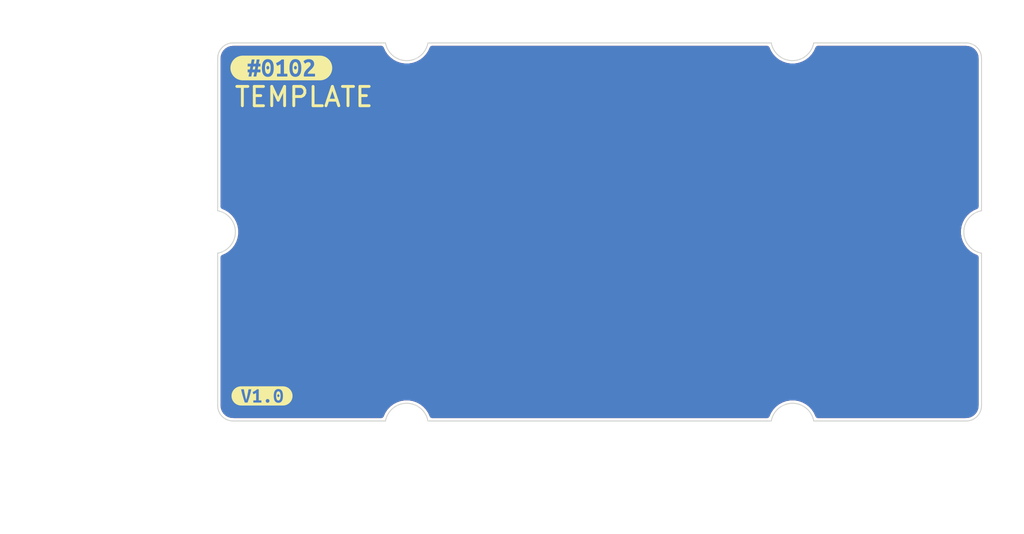
<source format=kicad_pcb>
(kicad_pcb (version 20211014) (generator pcbnew)
  (title_block (title "#0102"))
  (layers (0 "F.Cu" signal) (31 "B.Cu" signal) (34 "B.Paste" user) (35 "F.Paste" user) (36 "B.SilkS" user "B.Silkscreen") (37 "F.SilkS" user "F.Silkscreen") (38 "B.Mask" user) (39 "F.Mask" user) (44 "Edge.Cuts" user))
  (net 0 "")
  (footprint "kibuzzard-63351CB9" (layer "F.Cu") (at 102.5 118.5)
    (fp_text reference "kibuzzard-63351CB9" hide)
    (fp_text value "G***" hide)
    (fp_poly (pts (xy 0.961231 -0.001111) (xy 0.957959 -0.073404) (xy 0.948143 -0.133227) (xy 0.931783 -0.180578) (xy 0.895529 -0.226834) (xy 0.845661 -0.242252) (xy 0.796488 -0.226834) (xy 0.760095 -0.180578) (xy 0.743426 -0.133227) (xy 0.733425 -0.073404) (xy 0.730091 -0.001111) (xy 0.733425 0.071799) (xy 0.743426 0.131992) (xy 0.760095 0.179467) (xy 0.796488 0.225723) (xy 0.845661 0.241141) (xy 0.846773 0.240798) (xy 0.846773 0.061119) (xy 0.801211 0.039449) (xy 0.784543 -0.012224) (xy 0.801211 -0.064452) (xy 0.846773 -0.086677) (xy 0.890667 -0.064452) (xy 0.907891 -0.012224) (xy 0.890667 0.039449) (xy 0.846773 0.061119) (xy 0.846773 0.240798) (xy 0.895529 0.225723) (xy 0.931783 0.179467) (xy 0.948143 0.131992) (xy 0.957959 0.071799) (xy 0.961231 -0.001111)) (layer "F.SilkS") (width 0) (fill solid))
    (fp_poly (pts (xy -1.08458 -0.49784) (xy -1.084673 -0.49784) (xy -1.133469 -0.495443) (xy -1.181796 -0.488274) (xy -1.229188 -0.476403) (xy -1.275188 -0.459944) (xy -1.319353 -0.439056) (xy -1.361258 -0.413939) (xy -1.400499 -0.384836) (xy -1.436699 -0.352026) (xy -1.469508 -0.315826) (xy -1.498611 -0.276585) (xy -1.523728 -0.23468) (xy -1.544617 -0.190515) (xy -1.561076 -0.144515) (xy -1.572947 -0.097124) (xy -1.580115 -0.048797) (xy -1.582513 0) (xy -1.580115 0.048797) (xy -1.572947 0.097124) (xy -1.561076 0.144515) (xy -1.544617 0.190515) (xy -1.523728 0.23468) (xy -1.498611 0.276585) (xy -1.469508 0.315826) (xy -1.436699 0.352026) (xy -1.400499 0.384836) (xy -1.361258 0.413939) (xy -1.319353 0.439056) (xy -1.275188 0.459944) (xy -1.229188 0.476403) (xy -1.181796 0.488274) (xy -1.133469 0.495443) (xy -1.084673 0.49784) (xy -1.08458 0.49784) (xy -0.892334 0.49784) (xy -0.892334 0.344488) (xy -0.919837 0.262811) (xy -0.949007 0.171133) (xy -0.96864 0.106742) (xy -0.987531 0.042474) (xy -1.005681 -0.021669) (xy -1.022844 -0.084578) (xy -1.038772 -0.145142) (xy -1.053465 -0.203359) (xy -1.071801 -0.281146) (xy -1.08458 -0.343376) (xy -0.940117 -0.343376) (xy -0.931783 -0.28573) (xy -0.920115 -0.219472) (xy -0.906085 -0.147796) (xy -0.890667 -0.073898) (xy -0.873998 0.000556) (xy -0.856218 0.073898) (xy -0.838021 0.142935) (xy -0.820102 0.20447) (xy -0.802322 0.143768) (xy -0.784542 0.075009) (xy -0.767318 0.001667) (xy -0.751205 -0.072787) (xy -0.736203 -0.146824) (xy -0.722312 -0.218916) (xy -0.710089 -0.285591) (xy -0.700087 -0.343376) (xy -0.556736 -0.343376) (xy -0.571599 -0.272812) (xy -0.589518 -0.194469) (xy -0.610354 -0.110153) (xy -0.633968 -0.021669) (xy -0.651192 0.039079) (xy -0.669528 0.100568) (xy -0.688975 0.162798) (xy -0.709224 0.224719) (xy -0.729968 0.285283) (xy -0.751205 0.344488) (xy -0.892334 0.344488) (xy -0.892334 0.49784) (xy -0.033337 0.49784) (xy -0.033337 0.344488) (xy -0.451167 0.344488) (xy -0.451167 0.23114) (xy -0.306705 0.23114) (xy -0.306705 -0.153352) (xy -0.377825 -0.113903) (xy -0.445611 -0.086677) (xy -0.490061 -0.200025) (xy -0.432276 -0.225584) (xy -0.370046 -0.260033) (xy -0.31115 -0.300037) (xy -0.263366 -0.343376) (xy -0.170021 -0.343376) (xy -0.170021 0.23114) (xy -0.033337 0.23114) (xy -0.033337 0.344488) (xy -0.033337 0.49784) (xy 0.291148 0.49784) (xy 0.291148 0.356711) (xy 0.253365 0.350044) (xy 0.221694 0.330597) (xy 0.199469 0.299482) (xy 0.191135 0.256699) (xy 0.199469 0.215027) (xy 0.221694 0.184468) (xy 0.253365 0.165576) (xy 0.291148 0.158909) (xy 0.360045 0.184468) (xy 0.390049 0.256699) (xy 0.360045 0.331153) (xy 0.291148 0.356711) (xy 0.291148 0.49784) (xy 0.845661 0.49784) (xy 0.845661 0.358934) (xy 0.774047 0.349056) (xy 0.714781 0.319423) (xy 0.667861 0.270034) (xy 0.641122 0.21975) (xy 0.622022 0.157798) (xy 0.610562 0.084177) (xy 0.606743 -0.001111) (xy 0.610632 -0.085427) (xy 0.6223 -0.158353) (xy 0.641747 -0.219889) (xy 0.668973 -0.270034) (xy 0.716262 -0.319423) (xy 0.775159 -0.349056) (xy 0.845661 -0.358934) (xy 0.917275 -0.349118) (xy 0.976542 -0.31967) (xy 1.023461 -0.270589) (xy 1.050201 -0.220618) (xy 1.0693 -0.159048) (xy 1.08076 -0.085879) (xy 1.08458 -0.001111) (xy 1.08076 0.084177) (xy 1.0693 0.157798) (xy 1.050201 0.21975) (xy 1.023461 0.270034) (xy 0.976542 0.319423) (xy 0.917275 0.349056) (xy 0.845661 0.358934) (xy 0.845661 0.49784) (xy 1.08458 0.49784) (xy 1.084673 0.49784) (xy 1.133469 0.495443) (xy 1.181796 0.488274) (xy 1.229188 0.476403) (xy 1.275188 0.459944) (xy 1.319353 0.439056) (xy 1.361258 0.413939) (xy 1.400499 0.384836) (xy 1.436699 0.352026) (xy 1.469508 0.315826) (xy 1.498611 0.276585) (xy 1.523728 0.23468) (xy 1.544617 0.190515) (xy 1.561076 0.144515) (xy 1.572947 0.097124) (xy 1.580115 0.048797) (xy 1.582513 0) (xy 1.580115 -0.048797) (xy 1.572947 -0.097124) (xy 1.561076 -0.144515) (xy 1.544617 -0.190515) (xy 1.523728 -0.23468) (xy 1.498611 -0.276585) (xy 1.469508 -0.315826) (xy 1.436699 -0.352026) (xy 1.400499 -0.384836) (xy 1.361258 -0.413939) (xy 1.319353 -0.439056) (xy 1.275188 -0.459944) (xy 1.229188 -0.476403) (xy 1.181796 -0.488274) (xy 1.133469 -0.495443) (xy 1.084673 -0.49784) (xy 1.08458 -0.49784) (xy -1.08458 -0.49784)) (layer "F.SilkS") (width 0) (fill solid))
  )
  (footprint "kibuzzard-631DDA4D" (layer "F.Cu") (at 103.5 101.5)
    (fp_text reference "kibuzzard-631DDA4D" hide)
    (fp_text value "G***" hide)
    (fp_poly (pts (xy -1.999139 -0.64008) (xy -1.999258 -0.64008) (xy -2.061997 -0.636998) (xy -2.124131 -0.627781) (xy -2.185063 -0.612518) (xy -2.244206 -0.591357) (xy -2.300989 -0.5645) (xy -2.354867 -0.532207) (xy -2.40532 -0.494789) (xy -2.451863 -0.452605) (xy -2.494046 -0.406062) (xy -2.531465 -0.355609) (xy -2.563758 -0.301732) (xy -2.590615 -0.244948) (xy -2.611776 -0.185805) (xy -2.627039 -0.124873) (xy -2.636256 -0.062739) (xy -2.639338 0) (xy -2.636256 0.062739) (xy -2.627039 0.124873) (xy -2.611776 0.185805) (xy -2.590615 0.244948) (xy -2.563758 0.301732) (xy -2.531465 0.355609) (xy -2.494046 0.406062) (xy -2.451863 0.452605) (xy -2.40532 0.494789) (xy -2.354867 0.532207) (xy -2.300989 0.5645) (xy -2.244206 0.591357) (xy -2.185063 0.612518) (xy -2.124131 0.627781) (xy -2.061997 0.636998) (xy -1.999258 0.64008) (xy -1.999139 0.64008) (xy -1.297305 0.64008) (xy -1.297305 0.442913) (xy -1.443037 0.442913) (xy -1.401604 0.224314) (xy -1.515904 0.224314) (xy -1.555909 0.442913) (xy -1.701641 0.442913) (xy -1.660207 0.224314) (xy -1.745932 0.224314) (xy -1.745932 0.078581) (xy -1.633061 0.078581) (xy -1.603057 -0.078581) (xy -1.745932 -0.078581) (xy -1.745932 -0.224314) (xy -1.574482 -0.224314) (xy -1.533049 -0.441484) (xy -1.387316 -0.441484) (xy -1.430179 -0.224314) (xy -1.315879 -0.224314) (xy -1.274445 -0.441484) (xy -1.128712 -0.441484) (xy -1.170146 -0.224314) (xy -1.081564 -0.224314) (xy -1.081564 -0.078581) (xy -1.198721 -0.078581) (xy -1.228725 0.078581) (xy -1.081564 0.078581) (xy -1.081564 0.224314) (xy -1.255871 0.224314) (xy -1.297305 0.442913) (xy -1.297305 0.64008) (xy -0.700087 0.64008) (xy -0.700087 0.461486) (xy -0.792162 0.448786) (xy -0.868362 0.410686) (xy -0.928687 0.347186) (xy -0.963067 0.282535) (xy -0.987623 0.202883) (xy -1.002357 0.108228) (xy -1.007269 -0.001429) (xy -1.002268 -0.109835) (xy -0.987266 -0.203597) (xy -0.962263 -0.282714) (xy -0.927259 -0.347186) (xy -0.866457 -0.410686) (xy -0.790734 -0.448786) (xy -0.700087 -0.461486) (xy -0.608012 -0.448866) (xy -0.531812 -0.411004) (xy -0.471487 -0.347901) (xy -0.437108 -0.283652) (xy -0.412552 -0.20449) (xy -0.397818 -0.110416) (xy -0.392906 -0.001429) (xy -0.397818 0.108228) (xy -0.412552 0.202883) (xy -0.437108 0.282535) (xy -0.471487 0.347186) (xy -0.531812 0.410686) (xy -0.608012 0.448786) (xy -0.700087 0.461486) (xy -0.700087 0.64008) (xy 0.312896 0.64008) (xy 0.312896 0.442913) (xy -0.224314 0.442913) (xy -0.224314 0.29718) (xy -0.038576 0.29718) (xy -0.038576 -0.197167) (xy -0.130016 -0.146447) (xy -0.21717 -0.111442) (xy -0.27432 -0.257175) (xy -0.200025 -0.290036) (xy -0.120015 -0.334328) (xy -0.044291 -0.385762) (xy 0.017145 -0.441484) (xy 0.13716 -0.441484) (xy 0.13716 0.29718) (xy 0.312896 0.29718) (xy 0.312896 0.442913) (xy 0.312896 0.64008) (xy 0.728663 0.64008) (xy 0.728663 0.461486) (xy 0.636588 0.448786) (xy 0.560388 0.410686) (xy 0.500063 0.347186) (xy 0.465683 0.282535) (xy 0.441127 0.202883) (xy 0.426393 0.108228) (xy 0.421481 -0.001429) (xy 0.426482 -0.109835) (xy 0.441484 -0.203597) (xy 0.466487 -0.282714) (xy 0.501491 -0.347186) (xy 0.562293 -0.410686) (xy 0.638016 -0.448786) (xy 0.728663 -0.461486) (xy 0.820738 -0.448866) (xy 0.896938 -0.411004) (xy 0.957263 -0.347901) (xy 0.991642 -0.283652) (xy 1.016198 -0.20449) (xy 1.030932 -0.110416) (xy 1.035844 -0.001429) (xy 1.030932 0.108228) (xy 1.016198 0.202883) (xy 0.991642 0.282535) (xy 0.957263 0.347186) (xy 0.896938 0.410686) (xy 0.820738 0.448786) (xy 0.728663 0.461486) (xy 0.728663 0.64008) (xy 1.745933 0.64008) (xy 1.745933 0.442913) (xy 1.168718 0.442913) (xy 1.165146 0.407194) (xy 1.16586 0.37719) (xy 1.172468 0.30861) (xy 1.192292 0.245745) (xy 1.222296 0.188059) (xy 1.259443 0.135017) (xy 1.301591 0.086082) (xy 1.346597 0.040719) (xy 1.391603 -0.001965) (xy 1.433751 -0.042862) (xy 1.500902 -0.120015) (xy 1.527334 -0.195739) (xy 1.494473 -0.279321) (xy 1.411605 -0.30861) (xy 1.324451 -0.288607) (xy 1.23444 -0.221456) (xy 1.147286 -0.344329) (xy 1.208901 -0.396478) (xy 1.279446 -0.432911) (xy 1.354276 -0.454342) (xy 1.42875 -0.461486) (xy 1.533049 -0.44577) (xy 1.621631 -0.398621) (xy 1.683068 -0.319326) (xy 1.705928 -0.208597) (xy 1.688783 -0.120729) (xy 1.643063 -0.038576) (xy 1.578769 0.038576) (xy 1.505903 0.110014) (xy 1.46304 0.150733) (xy 1.41732 0.199311) (xy 1.380887 0.250031) (xy 1.365885 0.29718) (xy 1.745933 0.29718) (xy 1.745933 0.442913) (xy 1.745933 0.64008) (xy 1.999139 0.64008) (xy 1.999258 0.64008) (xy 2.061997 0.636998) (xy 2.124131 0.627781) (xy 2.185063 0.612518) (xy 2.244206 0.591357) (xy 2.300989 0.5645) (xy 2.354867 0.532207) (xy 2.40532 0.494789) (xy 2.451863 0.452605) (xy 2.494046 0.406062) (xy 2.531465 0.355609) (xy 2.563758 0.301732) (xy 2.590615 0.244948) (xy 2.611776 0.185805) (xy 2.627039 0.124873) (xy 2.636256 0.062739) (xy 2.639338 0) (xy 2.636256 -0.062739) (xy 2.627039 -0.124873) (xy 2.611776 -0.185805) (xy 2.590615 -0.244948) (xy 2.563758 -0.301732) (xy 2.531465 -0.355609) (xy 2.494046 -0.406062) (xy 2.451863 -0.452605) (xy 2.40532 -0.494789) (xy 2.354867 -0.532207) (xy 2.300989 -0.5645) (xy 2.244206 -0.591357) (xy 2.185063 -0.612518) (xy 2.124131 -0.627781) (xy 2.061997 -0.636998) (xy 1.999258 -0.64008) (xy 1.999139 -0.64008) (xy -1.999139 -0.64008)) (layer "F.SilkS") (width 0) (fill solid))
    (fp_poly (pts (xy -1.487329 0.078581) (xy -1.373029 0.078581) (xy -1.344454 -0.078581) (xy -1.457325 -0.078581) (xy -1.487329 0.078581)) (layer "F.SilkS") (width 0) (fill solid))
    (fp_poly (pts (xy 0.877253 -0.001429) (xy 0.873046 -0.094377) (xy 0.860425 -0.171291) (xy 0.839391 -0.232172) (xy 0.792778 -0.291644) (xy 0.728663 -0.311467) (xy 0.66544 -0.291644) (xy 0.618649 -0.232172) (xy 0.597218 -0.171291) (xy 0.584359 -0.094377) (xy 0.580073 -0.001429) (xy 0.584359 0.092313) (xy 0.597218 0.169704) (xy 0.618649 0.230743) (xy 0.66544 0.290215) (xy 0.728663 0.310039) (xy 0.730091 0.309597) (xy 0.730091 0.078581) (xy 0.671513 0.050721) (xy 0.650081 -0.015716) (xy 0.671513 -0.082867) (xy 0.730091 -0.111442) (xy 0.786527 -0.082867) (xy 0.808673 -0.015716) (xy 0.786527 0.050721) (xy 0.730091 0.078581) (xy 0.730091 0.309597) (xy 0.792778 0.290215) (xy 0.839391 0.230743) (xy 0.860425 0.169704) (xy 0.873046 0.092313) (xy 0.877253 -0.001429)) (layer "F.SilkS") (width 0) (fill solid))
    (fp_poly (pts (xy -0.551497 -0.001429) (xy -0.555704 -0.094377) (xy -0.568325 -0.171291) (xy -0.589359 -0.232172) (xy -0.635972 -0.291644) (xy -0.700087 -0.311467) (xy -0.76331 -0.291644) (xy -0.810101 -0.232172) (xy -0.831532 -0.171291) (xy -0.844391 -0.094377) (xy -0.848677 -0.001429) (xy -0.844391 0.092313) (xy -0.831532 0.169704) (xy -0.810101 0.230743) (xy -0.76331 0.290215) (xy -0.700087 0.310039) (xy -0.698659 0.309597) (xy -0.698659 0.078581) (xy -0.757237 0.050721) (xy -0.778669 -0.015716) (xy -0.757237 -0.082867) (xy -0.698659 -0.111442) (xy -0.642223 -0.082867) (xy -0.620077 -0.015716) (xy -0.642223 0.050721) (xy -0.698659 0.078581) (xy -0.698659 0.309597) (xy -0.635972 0.290215) (xy -0.589359 0.230743) (xy -0.568325 0.169704) (xy -0.555704 0.092313) (xy -0.551497 -0.001429)) (layer "F.SilkS") (width 0) (fill solid))
  )
  (gr_line (start 108.9 100.2) (end 101 100.2) (layer "Edge.Cuts") (width 0.05))
  (gr_line (start 100.2 111.1) (end 100.2 119) (layer "Edge.Cuts") (width 0.05))
  (gr_line (start 131.1 100.2) (end 139 100.2) (layer "Edge.Cuts") (width 0.05))
  (gr_arc (start 131.099999 100.2) (mid 130 101.118033) (end 128.900001 100.2) (layer "Edge.Cuts") (width 0.05))
  (gr_arc (start 108.900001 119.8) (mid 110 118.881967) (end 111.099999 119.8) (layer "Edge.Cuts") (width 0.05))
  (gr_arc (start 100.2 101) (mid 100.434315 100.434315) (end 101 100.2) (layer "Edge.Cuts") (width 0.05))
  (gr_arc (start 100.2 108.900001) (mid 101.118033 110) (end 100.2 111.099999) (layer "Edge.Cuts") (width 0.05))
  (gr_line (start 111.1 100.2) (end 128.9 100.2) (layer "Edge.Cuts") (width 0.05))
  (gr_arc (start 139.8 119) (mid 139.565685 119.565685) (end 139 119.8) (layer "Edge.Cuts") (width 0.05))
  (gr_line (start 139.8 119) (end 139.8 111.1) (layer "Edge.Cuts") (width 0.05))
  (gr_line (start 139.8 101) (end 139.8 108.9) (layer "Edge.Cuts") (width 0.05))
  (gr_arc (start 139 100.2) (mid 139.565685 100.434315) (end 139.8 101) (layer "Edge.Cuts") (width 0.05))
  (gr_arc (start 101 119.8) (mid 100.434315 119.565685) (end 100.2 119) (layer "Edge.Cuts") (width 0.05))
  (gr_arc (start 111.099999 100.2) (mid 110 101.118033) (end 108.900001 100.2) (layer "Edge.Cuts") (width 0.05))
  (gr_line (start 101 119.8) (end 108.9 119.8) (layer "Edge.Cuts") (width 0.05))
  (gr_line (start 100.2 101) (end 100.2 108.9) (layer "Edge.Cuts") (width 0.05))
  (gr_arc (start 139.8 111.099999) (mid 138.881967 110) (end 139.8 108.900001) (layer "Edge.Cuts") (width 0.05))
  (gr_arc (start 128.900001 119.8) (mid 130 118.881967) (end 131.099999 119.8) (layer "Edge.Cuts") (width 0.05))
  (gr_line (start 139 119.8) (end 131.1 119.8) (layer "Edge.Cuts") (width 0.05))
  (gr_line (start 128.9 119.8) (end 111.1 119.8) (layer "Edge.Cuts") (width 0.05))
  (gr_text "TEMPLATE" (at 101 103) (layer "F.SilkS") (effects (font (size 1 1)) (justify left)))
  (zone (net 0) (net_name "") (layers F&B.Cu) (connect_pads (clearance 0.15)) (min_thickness 0.254) (fill yes (thermal_gap 0.15) (thermal_bridge_width 0.508) (smoothing fillet) (radius 1))
    (polygon (pts (xy 140 120) (xy 100 120) (xy 100 100) (xy 140 100)))
  )
)
</source>
